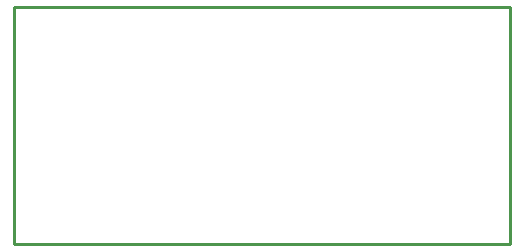
<source format=gbr>
G04 EAGLE Gerber RS-274X export*
G75*
%MOMM*%
%FSLAX34Y34*%
%LPD*%
%IN*%
%IPPOS*%
%AMOC8*
5,1,8,0,0,1.08239X$1,22.5*%
G01*
%ADD10C,0.254000*%


D10*
X50000Y50000D02*
X470000Y50000D01*
X470000Y250000D01*
X50000Y250000D01*
X50000Y50000D01*
M02*

</source>
